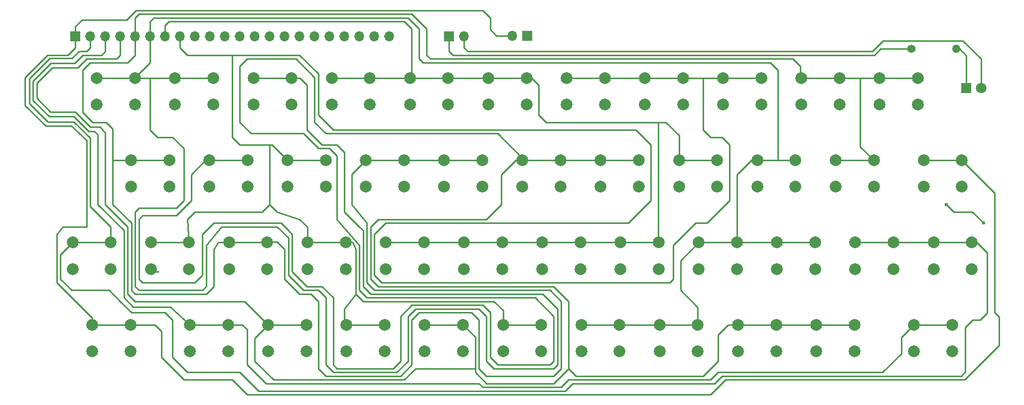
<source format=gbr>
G04 #@! TF.FileFunction,Copper,L1,Top,Signal*
%FSLAX46Y46*%
G04 Gerber Fmt 4.6, Leading zero omitted, Abs format (unit mm)*
G04 Created by KiCad (PCBNEW 4.0.1-stable) date 03.08.2019 21:45:47*
%MOMM*%
G01*
G04 APERTURE LIST*
%ADD10C,0.100000*%
%ADD11C,2.000000*%
%ADD12R,1.700000X1.700000*%
%ADD13O,1.700000X1.700000*%
%ADD14R,1.800000X1.800000*%
%ADD15C,1.800000*%
%ADD16C,1.400000*%
%ADD17O,1.400000X1.400000*%
%ADD18C,0.600000*%
%ADD19C,0.250000*%
G04 APERTURE END LIST*
D10*
D11*
X192304000Y-122328000D03*
X192304000Y-117828000D03*
X198804000Y-122328000D03*
X198804000Y-117828000D03*
X179004000Y-122328000D03*
X179004000Y-117828000D03*
X185504000Y-122328000D03*
X185504000Y-117828000D03*
X212254000Y-108328000D03*
X212254000Y-103828000D03*
X218754000Y-108328000D03*
X218754000Y-103828000D03*
X176484000Y-80328000D03*
X176484000Y-75828000D03*
X182984000Y-80328000D03*
X182984000Y-75828000D03*
X136584000Y-80328000D03*
X136584000Y-75828000D03*
X143084000Y-80328000D03*
X143084000Y-75828000D03*
X96684000Y-80328000D03*
X96684000Y-75828000D03*
X103184000Y-80328000D03*
X103184000Y-75828000D03*
X229684000Y-80328000D03*
X229684000Y-75828000D03*
X236184000Y-80328000D03*
X236184000Y-75828000D03*
X205604000Y-122328000D03*
X205604000Y-117828000D03*
X212104000Y-122328000D03*
X212104000Y-117828000D03*
X189784000Y-80328000D03*
X189784000Y-75828000D03*
X196284000Y-80328000D03*
X196284000Y-75828000D03*
X149884000Y-80328000D03*
X149884000Y-75828000D03*
X156384000Y-80328000D03*
X156384000Y-75828000D03*
X109984000Y-80328000D03*
X109984000Y-75828000D03*
X116484000Y-80328000D03*
X116484000Y-75828000D03*
X216384000Y-80328000D03*
X216384000Y-75828000D03*
X222884000Y-80328000D03*
X222884000Y-75828000D03*
X218904000Y-122328000D03*
X218904000Y-117828000D03*
X225404000Y-122328000D03*
X225404000Y-117828000D03*
X203084000Y-80328000D03*
X203084000Y-75828000D03*
X209584000Y-80328000D03*
X209584000Y-75828000D03*
X163184000Y-80328000D03*
X163184000Y-75828000D03*
X169684000Y-80328000D03*
X169684000Y-75828000D03*
X123284000Y-80328000D03*
X123284000Y-75828000D03*
X129784000Y-80328000D03*
X129784000Y-75828000D03*
X105854000Y-108328000D03*
X105854000Y-103828000D03*
X112354000Y-108328000D03*
X112354000Y-103828000D03*
X145754000Y-108328000D03*
X145754000Y-103828000D03*
X152254000Y-108328000D03*
X152254000Y-103828000D03*
X198954000Y-108328000D03*
X198954000Y-103828000D03*
X205454000Y-108328000D03*
X205454000Y-103828000D03*
X222194000Y-94328000D03*
X222194000Y-89828000D03*
X228694000Y-94328000D03*
X228694000Y-89828000D03*
X182294000Y-94328000D03*
X182294000Y-89828000D03*
X188794000Y-94328000D03*
X188794000Y-89828000D03*
X112504000Y-122328000D03*
X112504000Y-117828000D03*
X119004000Y-122328000D03*
X119004000Y-117828000D03*
X165704000Y-122328000D03*
X165704000Y-117828000D03*
X172204000Y-122328000D03*
X172204000Y-117828000D03*
X159054000Y-108328000D03*
X159054000Y-103828000D03*
X165554000Y-108328000D03*
X165554000Y-103828000D03*
X102494000Y-94328000D03*
X102494000Y-89828000D03*
X108994000Y-94328000D03*
X108994000Y-89828000D03*
X152404000Y-122328000D03*
X152404000Y-117828000D03*
X158904000Y-122328000D03*
X158904000Y-117828000D03*
X235529000Y-122328000D03*
X235529000Y-117828000D03*
X242029000Y-122328000D03*
X242029000Y-117828000D03*
X225554000Y-108328000D03*
X225554000Y-103828000D03*
X232054000Y-108328000D03*
X232054000Y-103828000D03*
X139104000Y-122328000D03*
X139104000Y-117828000D03*
X145604000Y-122328000D03*
X145604000Y-117828000D03*
X172354000Y-108328000D03*
X172354000Y-103828000D03*
X178854000Y-108328000D03*
X178854000Y-103828000D03*
X142394000Y-94328000D03*
X142394000Y-89828000D03*
X148894000Y-94328000D03*
X148894000Y-89828000D03*
X115794000Y-94328000D03*
X115794000Y-89828000D03*
X122294000Y-94328000D03*
X122294000Y-89828000D03*
X238854000Y-108328000D03*
X238854000Y-103828000D03*
X245354000Y-108328000D03*
X245354000Y-103828000D03*
X132454000Y-108328000D03*
X132454000Y-103828000D03*
X138954000Y-108328000D03*
X138954000Y-103828000D03*
X195594000Y-94328000D03*
X195594000Y-89828000D03*
X202094000Y-94328000D03*
X202094000Y-89828000D03*
X119154000Y-108328000D03*
X119154000Y-103828000D03*
X125654000Y-108328000D03*
X125654000Y-103828000D03*
X125804000Y-122328000D03*
X125804000Y-117828000D03*
X132304000Y-122328000D03*
X132304000Y-117828000D03*
X92554000Y-108328000D03*
X92554000Y-103828000D03*
X99054000Y-108328000D03*
X99054000Y-103828000D03*
X95879000Y-122328000D03*
X95879000Y-117828000D03*
X102379000Y-122328000D03*
X102379000Y-117828000D03*
X129094000Y-94328000D03*
X129094000Y-89828000D03*
X135594000Y-94328000D03*
X135594000Y-89828000D03*
X185654000Y-108328000D03*
X185654000Y-103828000D03*
X192154000Y-108328000D03*
X192154000Y-103828000D03*
X208894000Y-94328000D03*
X208894000Y-89828000D03*
X215394000Y-94328000D03*
X215394000Y-89828000D03*
X155694000Y-94328000D03*
X155694000Y-89828000D03*
X162194000Y-94328000D03*
X162194000Y-89828000D03*
X168994000Y-94328000D03*
X168994000Y-89828000D03*
X175494000Y-94328000D03*
X175494000Y-89828000D03*
X237174000Y-94328000D03*
X237174000Y-89828000D03*
X243674000Y-94328000D03*
X243674000Y-89828000D03*
D12*
X93024000Y-68753000D03*
D13*
X95564000Y-68753000D03*
X98104000Y-68753000D03*
X100644000Y-68753000D03*
X103184000Y-68753000D03*
X105724000Y-68753000D03*
X108264000Y-68753000D03*
X110804000Y-68753000D03*
X113344000Y-68753000D03*
X115884000Y-68753000D03*
X118424000Y-68753000D03*
X120964000Y-68753000D03*
X123504000Y-68753000D03*
X126044000Y-68753000D03*
X128584000Y-68753000D03*
X131124000Y-68753000D03*
X133664000Y-68753000D03*
X136204000Y-68753000D03*
X138744000Y-68753000D03*
X141284000Y-68753000D03*
X143824000Y-68753000D03*
X146364000Y-68753000D03*
D14*
X244408000Y-77516000D03*
D15*
X246948000Y-77516000D03*
D12*
X156524000Y-68753000D03*
D13*
X159064000Y-68753000D03*
D12*
X169799000Y-68643500D03*
D13*
X167259000Y-68643500D03*
D16*
X235077000Y-70866000D03*
D17*
X242697000Y-70866000D03*
D18*
X247329000Y-100503000D03*
X240979000Y-97328000D03*
D19*
X199704000Y-75828000D02*
X199704000Y-83358000D01*
X199704000Y-83358000D02*
X199704000Y-84628000D01*
X131124000Y-71928000D02*
X119694000Y-71928000D01*
X134299000Y-75103000D02*
X131124000Y-71928000D01*
X134299000Y-82088000D02*
X134299000Y-75103000D01*
X136839000Y-84628000D02*
X134299000Y-82088000D01*
X188274000Y-84628000D02*
X136839000Y-84628000D01*
X190814000Y-87168000D02*
X188274000Y-84628000D01*
X190814000Y-96693000D02*
X190814000Y-87168000D01*
X187004000Y-100503000D02*
X190814000Y-96693000D01*
X145729000Y-100503000D02*
X187004000Y-100503000D01*
X143824000Y-102408000D02*
X145729000Y-100503000D01*
X143824000Y-109393000D02*
X143824000Y-102408000D01*
X145094000Y-110663000D02*
X143824000Y-109393000D01*
X193989000Y-110663000D02*
X145094000Y-110663000D01*
X194624000Y-110028000D02*
X193989000Y-110663000D01*
X194624000Y-104313000D02*
X194624000Y-110028000D01*
X198434000Y-100503000D02*
X194624000Y-104313000D01*
X200339000Y-100503000D02*
X198434000Y-100503000D01*
X204149000Y-96693000D02*
X200339000Y-100503000D01*
X204149000Y-96058000D02*
X204149000Y-96693000D01*
X204149000Y-87168000D02*
X204149000Y-96058000D01*
X202879000Y-85898000D02*
X204149000Y-87168000D01*
X200974000Y-85898000D02*
X202879000Y-85898000D01*
X199704000Y-84628000D02*
X200974000Y-85898000D01*
X203084000Y-75828000D02*
X209584000Y-75828000D01*
X196284000Y-75828000D02*
X199704000Y-75828000D01*
X199704000Y-75828000D02*
X203084000Y-75828000D01*
X189784000Y-75828000D02*
X196284000Y-75828000D01*
X182984000Y-75828000D02*
X189784000Y-75828000D01*
X176484000Y-75828000D02*
X182984000Y-75828000D01*
X165704000Y-117828000D02*
X172204000Y-117828000D01*
X139104000Y-117828000D02*
X145604000Y-117828000D01*
X140649000Y-112568000D02*
X138744000Y-115108000D01*
X138744000Y-115108000D02*
X138744000Y-117468000D01*
X138744000Y-117468000D02*
X139104000Y-117828000D01*
X138954000Y-103828000D02*
X140164000Y-103828000D01*
X165704000Y-115398000D02*
X165704000Y-117828000D01*
X164144000Y-113838000D02*
X165704000Y-115398000D01*
X141919000Y-113838000D02*
X164144000Y-113838000D01*
X140649000Y-112568000D02*
X141919000Y-113838000D01*
X140649000Y-104948000D02*
X140649000Y-112568000D01*
X140164000Y-103828000D02*
X140649000Y-104948000D01*
X132454000Y-103828000D02*
X138954000Y-103828000D01*
X112354000Y-103828000D02*
X105854000Y-103828000D01*
X126044000Y-97328000D02*
X124774000Y-98598000D01*
X112074000Y-99868000D02*
X112354000Y-103828000D01*
X113344000Y-98598000D02*
X112074000Y-99868000D01*
X124774000Y-98598000D02*
X113344000Y-98598000D01*
X126044000Y-87168000D02*
X126044000Y-97328000D01*
X132454000Y-101198000D02*
X132454000Y-103828000D01*
X131124000Y-99868000D02*
X132454000Y-101198000D01*
X127314000Y-98598000D02*
X131124000Y-99868000D01*
X126044000Y-97328000D02*
X127314000Y-98598000D01*
X129094000Y-89828000D02*
X135594000Y-89828000D01*
X110804000Y-68753000D02*
X110804000Y-70658000D01*
X126434000Y-87168000D02*
X129094000Y-89828000D01*
X120964000Y-87168000D02*
X126044000Y-87168000D01*
X126044000Y-87168000D02*
X126434000Y-87168000D01*
X119694000Y-85898000D02*
X120964000Y-87168000D01*
X119694000Y-71928000D02*
X119694000Y-71928000D01*
X119694000Y-71928000D02*
X119694000Y-85898000D01*
X117789000Y-71928000D02*
X119694000Y-71928000D01*
X112074000Y-71928000D02*
X117789000Y-71928000D01*
X110804000Y-70658000D02*
X112074000Y-71928000D01*
X93398000Y-74094000D02*
X89101000Y-74094000D01*
X88816000Y-81577000D02*
X93024000Y-81577000D01*
X86487000Y-79248000D02*
X88816000Y-81577000D01*
X86487000Y-76708000D02*
X86487000Y-79248000D01*
X89101000Y-74094000D02*
X86487000Y-76708000D01*
X93024000Y-81580000D02*
X93024000Y-81577000D01*
X93024000Y-81580000D02*
X95564337Y-84120339D01*
X95564337Y-84120339D02*
X97214987Y-84124729D01*
X97214987Y-84124729D02*
X98104000Y-85136000D01*
X98104000Y-85136000D02*
X98104000Y-97328000D01*
X98104000Y-97328000D02*
X101914000Y-101138000D01*
X101914000Y-101138000D02*
X101914000Y-112568000D01*
X101914000Y-112568000D02*
X103184000Y-113838000D01*
X103184000Y-113838000D02*
X121814000Y-113838000D01*
X121814000Y-113838000D02*
X125804000Y-117828000D01*
X100644000Y-68753000D02*
X100644000Y-71928000D01*
X100644000Y-71928000D02*
X100009000Y-72563000D01*
X100009000Y-72563000D02*
X94929000Y-72563000D01*
X94929000Y-72563000D02*
X93398000Y-74094000D01*
X212104000Y-117828000D02*
X205604000Y-117828000D01*
X218904000Y-117828000D02*
X225404000Y-117828000D01*
X212104000Y-117828000D02*
X218904000Y-117828000D01*
X205604000Y-117828000D02*
X203969000Y-117828000D01*
X203969000Y-117828000D02*
X202244000Y-119553000D01*
X202244000Y-119553000D02*
X202244000Y-123998000D01*
X202244000Y-123998000D02*
X199704000Y-126538000D01*
X199704000Y-126538000D02*
X178114000Y-126538000D01*
X178114000Y-126538000D02*
X176844000Y-125268000D01*
X125804000Y-117828000D02*
X132304000Y-117828000D01*
X160969000Y-125268000D02*
X150809000Y-125268000D01*
X123504000Y-120128000D02*
X125804000Y-117828000D01*
X123504000Y-123998000D02*
X123504000Y-120128000D01*
X126679000Y-127173000D02*
X123504000Y-123998000D01*
X148904000Y-127173000D02*
X126679000Y-127173000D01*
X150809000Y-125268000D02*
X148904000Y-127173000D01*
X158904000Y-117828000D02*
X152404000Y-117828000D01*
X173669000Y-111298000D02*
X174304000Y-111298000D01*
X167834000Y-89828000D02*
X165414000Y-92248000D01*
X165414000Y-92248000D02*
X165414000Y-97328000D01*
X165414000Y-97328000D02*
X162874000Y-99868000D01*
X162874000Y-99868000D02*
X144459000Y-99868000D01*
X144459000Y-99868000D02*
X143189000Y-101138000D01*
X143189000Y-101138000D02*
X143189000Y-108758000D01*
X143189000Y-108758000D02*
X143189000Y-110028000D01*
X143189000Y-110028000D02*
X143824000Y-110663000D01*
X143824000Y-110663000D02*
X144459000Y-111298000D01*
X144459000Y-111298000D02*
X173669000Y-111298000D01*
X168994000Y-89828000D02*
X167834000Y-89828000D01*
X160969000Y-119893000D02*
X158904000Y-117828000D01*
X160969000Y-125903000D02*
X160969000Y-125268000D01*
X160969000Y-125268000D02*
X160969000Y-119893000D01*
X162874000Y-127808000D02*
X160969000Y-125903000D01*
X174304000Y-127808000D02*
X162874000Y-127808000D01*
X176844000Y-125268000D02*
X174304000Y-127808000D01*
X176844000Y-113838000D02*
X176844000Y-125268000D01*
X174304000Y-111298000D02*
X176844000Y-113838000D01*
X182294000Y-89828000D02*
X188794000Y-89828000D01*
X175494000Y-89828000D02*
X182294000Y-89828000D01*
X168994000Y-89828000D02*
X175494000Y-89828000D01*
X137474000Y-99868000D02*
X137474000Y-89073000D01*
X163509000Y-115743000D02*
X163509000Y-123363000D01*
X163509000Y-123363000D02*
X164779000Y-124633000D01*
X164779000Y-124633000D02*
X173669000Y-124633000D01*
X173669000Y-124633000D02*
X174304000Y-123998000D01*
X174304000Y-123998000D02*
X174304000Y-116378000D01*
X174304000Y-116378000D02*
X171129000Y-113203000D01*
X171129000Y-113203000D02*
X142554000Y-113203000D01*
X142554000Y-113203000D02*
X141284000Y-111933000D01*
X141284000Y-111933000D02*
X141284000Y-104313000D01*
X141284000Y-104313000D02*
X137474000Y-99868000D01*
X129219000Y-101773000D02*
X129854000Y-102408000D01*
X114614000Y-109393000D02*
X114614000Y-102408000D01*
X114614000Y-102408000D02*
X116519000Y-100503000D01*
X116519000Y-100503000D02*
X127949000Y-100503000D01*
X127949000Y-100503000D02*
X129219000Y-101773000D01*
X115129000Y-89828000D02*
X112709000Y-92248000D01*
X112709000Y-92248000D02*
X112709000Y-96693000D01*
X112709000Y-96693000D02*
X110169000Y-99233000D01*
X110169000Y-99233000D02*
X104454000Y-99233000D01*
X104454000Y-99233000D02*
X103819000Y-99868000D01*
X103819000Y-99868000D02*
X103819000Y-110028000D01*
X103819000Y-110028000D02*
X104454000Y-110663000D01*
X104454000Y-110663000D02*
X113344000Y-110663000D01*
X113344000Y-110663000D02*
X114614000Y-109393000D01*
X150174000Y-114473000D02*
X162239000Y-114473000D01*
X148269000Y-116378000D02*
X150174000Y-114473000D01*
X148269000Y-123998000D02*
X148269000Y-116378000D01*
X146999000Y-125268000D02*
X148269000Y-123998000D01*
X137474000Y-125268000D02*
X146999000Y-125268000D01*
X136839000Y-124633000D02*
X137474000Y-125268000D01*
X136839000Y-113203000D02*
X136839000Y-124633000D01*
X134934000Y-111298000D02*
X136839000Y-113203000D01*
X134299000Y-111298000D02*
X134934000Y-111298000D01*
X132394000Y-111298000D02*
X134299000Y-111298000D01*
X129854000Y-108758000D02*
X132394000Y-111298000D01*
X129854000Y-102408000D02*
X129854000Y-108758000D01*
X162239000Y-114473000D02*
X163509000Y-115743000D01*
X164779000Y-85263000D02*
X168994000Y-89478000D01*
X135569000Y-85263000D02*
X164779000Y-85263000D01*
X133664000Y-83358000D02*
X135569000Y-85263000D01*
X133664000Y-75738000D02*
X133664000Y-83358000D01*
X130489000Y-72563000D02*
X133664000Y-75738000D01*
X122234000Y-72563000D02*
X130489000Y-72563000D01*
X120964000Y-73833000D02*
X122234000Y-72563000D01*
X120964000Y-83358000D02*
X120964000Y-73833000D01*
X122869000Y-85263000D02*
X120964000Y-83358000D01*
X131759000Y-85263000D02*
X122869000Y-85263000D01*
X134299000Y-87803000D02*
X131759000Y-85263000D01*
X136204000Y-87803000D02*
X134299000Y-87803000D01*
X137474000Y-89073000D02*
X136204000Y-87803000D01*
X168994000Y-89478000D02*
X168994000Y-89828000D01*
X115794000Y-89828000D02*
X122294000Y-89828000D01*
X115794000Y-89828000D02*
X115129000Y-89828000D01*
X152254000Y-103828000D02*
X145754000Y-103828000D01*
X159054000Y-103828000D02*
X152254000Y-103828000D01*
X165554000Y-103828000D02*
X159054000Y-103828000D01*
X172354000Y-103828000D02*
X165554000Y-103828000D01*
X178854000Y-103828000D02*
X172354000Y-103828000D01*
X185654000Y-103828000D02*
X178854000Y-103828000D01*
X192154000Y-103828000D02*
X185654000Y-103828000D01*
X192084000Y-83358000D02*
X192084000Y-103758000D01*
X192084000Y-103758000D02*
X192154000Y-103828000D01*
X195594000Y-89828000D02*
X202094000Y-89828000D01*
X169684000Y-75828000D02*
X170584000Y-75828000D01*
X170584000Y-75828000D02*
X171764000Y-77008000D01*
X195594000Y-85598000D02*
X195594000Y-89828000D01*
X193354000Y-83358000D02*
X195594000Y-85598000D01*
X173034000Y-83358000D02*
X192084000Y-83358000D01*
X192084000Y-83358000D02*
X193354000Y-83358000D01*
X171764000Y-82088000D02*
X173034000Y-83358000D01*
X171764000Y-77008000D02*
X171764000Y-82088000D01*
X163184000Y-75828000D02*
X169684000Y-75828000D01*
X156384000Y-75828000D02*
X163184000Y-75828000D01*
X143084000Y-75828000D02*
X149884000Y-75828000D01*
X149884000Y-75828000D02*
X156384000Y-75828000D01*
X136584000Y-75828000D02*
X143084000Y-75828000D01*
X108264000Y-68753000D02*
X108264000Y-66848000D01*
X150174000Y-67483000D02*
X150174000Y-75538000D01*
X148904000Y-66213000D02*
X150174000Y-67483000D01*
X143189000Y-66213000D02*
X148904000Y-66213000D01*
X108899000Y-66213000D02*
X143189000Y-66213000D01*
X108264000Y-66848000D02*
X108899000Y-66213000D01*
X150174000Y-75538000D02*
X149884000Y-75828000D01*
X129784000Y-75828000D02*
X123284000Y-75828000D01*
X105724000Y-68753000D02*
X105724000Y-66213000D01*
X212404000Y-74468000D02*
X212404000Y-89828000D01*
X211134000Y-73198000D02*
X212404000Y-74468000D01*
X152079000Y-73198000D02*
X211134000Y-73198000D01*
X151444000Y-72563000D02*
X152079000Y-73198000D01*
X151444000Y-67483000D02*
X151444000Y-72563000D01*
X149539000Y-65578000D02*
X151444000Y-67483000D01*
X146364000Y-65578000D02*
X149539000Y-65578000D01*
X106359000Y-65578000D02*
X146364000Y-65578000D01*
X105724000Y-66213000D02*
X106359000Y-65578000D01*
X208894000Y-89828000D02*
X212404000Y-89828000D01*
X212404000Y-89828000D02*
X215394000Y-89828000D01*
X205454000Y-103828000D02*
X205454000Y-92283000D01*
X205454000Y-92283000D02*
X207909000Y-89828000D01*
X207909000Y-89828000D02*
X208894000Y-89828000D01*
X212254000Y-103828000D02*
X218754000Y-103828000D01*
X205454000Y-103828000D02*
X212254000Y-103828000D01*
X198954000Y-103828000D02*
X205454000Y-103828000D01*
X198804000Y-117828000D02*
X198804000Y-114843000D01*
X195894000Y-106888000D02*
X198954000Y-103828000D01*
X195894000Y-111933000D02*
X195894000Y-106888000D01*
X198804000Y-114843000D02*
X195894000Y-111933000D01*
X192304000Y-117828000D02*
X198804000Y-117828000D01*
X185504000Y-117828000D02*
X192304000Y-117828000D01*
X185504000Y-117828000D02*
X179004000Y-117828000D01*
X174304000Y-125268000D02*
X164144000Y-125268000D01*
X141919000Y-101773000D02*
X141919000Y-111298000D01*
X141919000Y-111298000D02*
X143189000Y-112568000D01*
X143189000Y-112568000D02*
X172399000Y-112568000D01*
X172399000Y-112568000D02*
X174939000Y-115108000D01*
X174939000Y-115108000D02*
X174939000Y-124633000D01*
X174939000Y-124633000D02*
X174304000Y-125268000D01*
X129784000Y-75828000D02*
X131214000Y-75828000D01*
X138744000Y-98598000D02*
X141284000Y-101138000D01*
X138744000Y-88438000D02*
X138744000Y-98598000D01*
X137474000Y-87168000D02*
X138744000Y-88438000D01*
X134934000Y-87168000D02*
X137474000Y-87168000D01*
X132394000Y-84628000D02*
X134934000Y-87168000D01*
X132394000Y-77008000D02*
X132394000Y-84628000D01*
X131214000Y-75828000D02*
X132394000Y-77008000D01*
X141284000Y-101138000D02*
X141919000Y-101773000D01*
X115249000Y-104313000D02*
X115249000Y-108758000D01*
X117789000Y-101138000D02*
X115249000Y-104313000D01*
X127314000Y-101138000D02*
X117789000Y-101138000D01*
X129219000Y-103043000D02*
X127314000Y-101138000D01*
X129219000Y-104313000D02*
X129219000Y-103043000D01*
X129219000Y-109393000D02*
X129219000Y-104313000D01*
X131759000Y-111933000D02*
X129219000Y-109393000D01*
X134299000Y-111933000D02*
X131759000Y-111933000D01*
X135569000Y-113203000D02*
X134299000Y-111933000D01*
X135569000Y-124633000D02*
X135569000Y-113203000D01*
X136839000Y-125903000D02*
X135569000Y-124633000D01*
X147634000Y-125903000D02*
X136839000Y-125903000D01*
X149539000Y-123998000D02*
X147634000Y-125903000D01*
X149539000Y-116378000D02*
X149539000Y-123998000D01*
X150809000Y-115108000D02*
X149539000Y-116378000D01*
X161604000Y-115108000D02*
X150809000Y-115108000D01*
X162874000Y-116378000D02*
X161604000Y-115108000D01*
X162874000Y-123998000D02*
X162874000Y-116378000D01*
X164144000Y-125268000D02*
X162874000Y-123998000D01*
X115249000Y-108758000D02*
X115249000Y-111298000D01*
X115249000Y-111298000D02*
X114614000Y-111933000D01*
X114614000Y-111933000D02*
X103819000Y-111933000D01*
X103819000Y-111933000D02*
X103184000Y-111298000D01*
X103184000Y-111298000D02*
X103184000Y-98598000D01*
X103184000Y-98598000D02*
X103819000Y-97963000D01*
X103819000Y-97963000D02*
X110169000Y-97963000D01*
X110169000Y-97963000D02*
X111439000Y-96693000D01*
X111439000Y-96693000D02*
X111439000Y-87803000D01*
X111439000Y-87803000D02*
X109534000Y-85898000D01*
X109534000Y-85898000D02*
X106994000Y-85898000D01*
X106994000Y-85898000D02*
X105724000Y-84628000D01*
X105724000Y-84628000D02*
X105724000Y-75828000D01*
X109984000Y-75828000D02*
X116484000Y-75828000D01*
X103184000Y-75828000D02*
X105724000Y-75828000D01*
X105724000Y-75828000D02*
X109984000Y-75828000D01*
X103184000Y-75828000D02*
X96684000Y-75828000D01*
X105724000Y-68753000D02*
X105724000Y-73198000D01*
X105724000Y-73198000D02*
X103184000Y-75738000D01*
X103184000Y-75738000D02*
X103184000Y-75828000D01*
X97977000Y-83358000D02*
X98231000Y-83358000D01*
X98231000Y-83358000D02*
X99374000Y-84501000D01*
X94294000Y-81326000D02*
X94294000Y-81707000D01*
X94294000Y-81707000D02*
X95945000Y-83358000D01*
X119154000Y-103828000D02*
X117304000Y-103828000D01*
X116519000Y-104948000D02*
X116519000Y-106218000D01*
X117304000Y-103828000D02*
X116519000Y-104948000D01*
X99374000Y-89828000D02*
X99374000Y-97328000D01*
X99374000Y-97328000D02*
X102549000Y-100503000D01*
X102549000Y-100503000D02*
X102549000Y-108758000D01*
X102549000Y-108758000D02*
X102549000Y-111933000D01*
X102549000Y-111933000D02*
X103184000Y-112568000D01*
X103184000Y-112568000D02*
X115249000Y-112568000D01*
X115249000Y-112568000D02*
X116519000Y-111298000D01*
X116519000Y-111298000D02*
X116519000Y-106218000D01*
X150174000Y-122093000D02*
X150174000Y-124633000D01*
X140014000Y-92208000D02*
X142394000Y-89828000D01*
X150174000Y-122093000D02*
X150174000Y-117013000D01*
X150174000Y-117013000D02*
X151444000Y-115743000D01*
X151444000Y-115743000D02*
X160334000Y-115743000D01*
X160334000Y-115743000D02*
X161604000Y-117013000D01*
X161604000Y-117013000D02*
X161604000Y-125268000D01*
X161604000Y-125268000D02*
X162874000Y-126538000D01*
X162874000Y-126538000D02*
X174304000Y-126538000D01*
X174304000Y-126538000D02*
X175574000Y-125268000D01*
X175574000Y-125268000D02*
X175574000Y-113838000D01*
X175574000Y-113838000D02*
X173669000Y-111933000D01*
X173669000Y-111933000D02*
X143824000Y-111933000D01*
X143824000Y-111933000D02*
X142554000Y-110663000D01*
X142554000Y-110663000D02*
X142554000Y-100503000D01*
X142554000Y-100503000D02*
X140014000Y-97328000D01*
X140014000Y-97328000D02*
X140014000Y-92208000D01*
X134299000Y-113838000D02*
X134299000Y-113838000D01*
X133029000Y-112568000D02*
X134299000Y-113838000D01*
X125654000Y-103828000D02*
X127314000Y-103678000D01*
X135569000Y-126538000D02*
X148269000Y-126538000D01*
X134299000Y-125268000D02*
X135569000Y-126538000D01*
X134299000Y-113838000D02*
X134299000Y-125268000D01*
X131124000Y-112568000D02*
X132394000Y-112568000D01*
X128584000Y-110028000D02*
X131124000Y-112568000D01*
X128584000Y-106853000D02*
X128584000Y-110028000D01*
X127314000Y-103678000D02*
X128584000Y-104948000D01*
X128584000Y-104948000D02*
X128584000Y-106853000D01*
X132394000Y-112568000D02*
X133029000Y-112568000D01*
X150174000Y-124633000D02*
X148269000Y-126538000D01*
X164144000Y-72563000D02*
X214944000Y-72563000D01*
X152714000Y-67483000D02*
X152714000Y-71928000D01*
X153349000Y-72563000D02*
X164144000Y-72563000D01*
X152714000Y-71928000D02*
X153349000Y-72563000D01*
X103184000Y-68753000D02*
X103184000Y-65578000D01*
X150809000Y-65578000D02*
X152714000Y-67483000D01*
X150174000Y-64943000D02*
X150809000Y-65578000D01*
X103819000Y-64943000D02*
X150174000Y-64943000D01*
X103184000Y-65578000D02*
X103819000Y-64943000D01*
X216214000Y-73833000D02*
X216214000Y-75658000D01*
X214944000Y-72563000D02*
X216214000Y-73833000D01*
X216214000Y-75658000D02*
X216384000Y-75828000D01*
X226374000Y-75828000D02*
X226374000Y-87508000D01*
X226374000Y-87508000D02*
X228694000Y-89828000D01*
X222884000Y-75828000D02*
X216384000Y-75828000D01*
X236184000Y-75828000D02*
X229684000Y-75828000D01*
X222884000Y-75828000D02*
X226374000Y-75828000D01*
X226374000Y-75828000D02*
X229684000Y-75828000D01*
X222194000Y-89828000D02*
X228694000Y-89828000D01*
X119154000Y-103828000D02*
X125654000Y-103828000D01*
X155694000Y-89828000D02*
X162194000Y-89828000D01*
X148894000Y-89828000D02*
X155694000Y-89828000D01*
X142394000Y-89828000D02*
X148894000Y-89828000D01*
X102494000Y-89828000D02*
X99374000Y-89828000D01*
X99374000Y-89828000D02*
X99374000Y-84501000D01*
X97977000Y-83358000D02*
X95945000Y-83358000D01*
X103184000Y-71928000D02*
X103184000Y-68753000D01*
X101914000Y-73198000D02*
X103184000Y-71928000D01*
X95564000Y-73198000D02*
X101914000Y-73198000D01*
X94294000Y-74468000D02*
X95564000Y-73198000D01*
X94294000Y-81326000D02*
X94294000Y-74468000D01*
X102494000Y-89828000D02*
X108994000Y-89828000D01*
X106359000Y-108828000D02*
X107194000Y-108828000D01*
X92735896Y-82396185D02*
X88619185Y-82396185D01*
X88900000Y-73279000D02*
X92943000Y-73279000D01*
X85852000Y-76327000D02*
X88900000Y-73279000D01*
X85852000Y-79629000D02*
X85852000Y-76327000D01*
X88619185Y-82396185D02*
X85852000Y-79629000D01*
X92735896Y-82396185D02*
X95310000Y-84882000D01*
X95310000Y-84882000D02*
X96199000Y-84882000D01*
X96199000Y-84882000D02*
X96834000Y-85390000D01*
X96834000Y-85390000D02*
X96834000Y-97328000D01*
X96834000Y-97328000D02*
X101279000Y-101773000D01*
X101279000Y-101773000D02*
X101279000Y-113203000D01*
X101279000Y-113203000D02*
X102866500Y-114790500D01*
X102866500Y-114790500D02*
X109215682Y-114767720D01*
X109215682Y-114767720D02*
X112504000Y-117828000D01*
X235529000Y-117828000D02*
X242029000Y-117828000D01*
X227009000Y-125903000D02*
X230184000Y-125903000D01*
X121419000Y-117828000D02*
X122234000Y-118643000D01*
X122234000Y-118643000D02*
X122234000Y-124633000D01*
X122234000Y-124633000D02*
X125409000Y-127808000D01*
X125409000Y-127808000D02*
X161604000Y-127808000D01*
X161604000Y-127808000D02*
X162239000Y-128443000D01*
X162239000Y-128443000D02*
X175574000Y-128443000D01*
X175574000Y-128443000D02*
X176844000Y-127173000D01*
X176844000Y-127173000D02*
X200974000Y-127173000D01*
X200974000Y-127173000D02*
X202244000Y-125903000D01*
X202244000Y-125903000D02*
X227009000Y-125903000D01*
X119004000Y-117828000D02*
X121419000Y-117828000D01*
X233359000Y-119998000D02*
X235529000Y-117828000D01*
X233359000Y-122728000D02*
X233359000Y-119998000D01*
X230184000Y-125903000D02*
X233359000Y-122728000D01*
X112504000Y-117828000D02*
X119004000Y-117828000D01*
X98104000Y-68753000D02*
X98104000Y-71293000D01*
X94294000Y-71928000D02*
X92943000Y-73279000D01*
X97469000Y-71928000D02*
X94294000Y-71928000D01*
X98104000Y-71293000D02*
X97469000Y-71928000D01*
X92445500Y-72506500D02*
X88686498Y-72506500D01*
X88392000Y-83312000D02*
X92757448Y-83312000D01*
X85217000Y-80137000D02*
X88392000Y-83312000D01*
X85217000Y-75975998D02*
X85217000Y-80137000D01*
X88686498Y-72506500D02*
X85217000Y-75975998D01*
X247964000Y-115500000D02*
X247964000Y-115786000D01*
X244250000Y-118250000D02*
X244250000Y-125807000D01*
X245500000Y-117000000D02*
X244250000Y-118250000D01*
X246750000Y-117000000D02*
X245500000Y-117000000D01*
X247964000Y-115786000D02*
X246750000Y-117000000D01*
X95564000Y-97709000D02*
X98993000Y-101138000D01*
X95564000Y-97709000D02*
X95564000Y-86025000D01*
X95564000Y-86025000D02*
X92757448Y-83312000D01*
X98993000Y-101138000D02*
X98993000Y-103767000D01*
X98993000Y-103767000D02*
X99054000Y-103828000D01*
X95564000Y-68753000D02*
X95564000Y-68753000D01*
X92445500Y-72506500D02*
X93659000Y-71293000D01*
X93659000Y-71293000D02*
X94929000Y-71293000D01*
X95564000Y-70658000D02*
X95564000Y-68753000D01*
X94929000Y-71293000D02*
X95564000Y-70658000D01*
X92554000Y-103828000D02*
X99054000Y-103828000D01*
X100644000Y-113838000D02*
X98739000Y-111933000D01*
X90484000Y-105898000D02*
X92554000Y-103828000D01*
X90484000Y-110028000D02*
X90484000Y-105898000D01*
X92389000Y-111933000D02*
X90484000Y-110028000D01*
X98739000Y-111933000D02*
X92389000Y-111933000D01*
X102549000Y-115743000D02*
X100644000Y-113838000D01*
X109534000Y-117648000D02*
X109534000Y-117013000D01*
X247964000Y-105583000D02*
X247964000Y-115500000D01*
X244250000Y-125807000D02*
X243519000Y-126538000D01*
X243519000Y-126538000D02*
X202879000Y-126538000D01*
X202879000Y-126538000D02*
X201609000Y-127808000D01*
X201609000Y-127808000D02*
X177479000Y-127808000D01*
X177479000Y-127808000D02*
X176209000Y-129078000D01*
X176209000Y-129078000D02*
X124139000Y-129078000D01*
X124139000Y-129078000D02*
X120964000Y-125903000D01*
X120964000Y-125903000D02*
X112074000Y-125903000D01*
X112074000Y-125903000D02*
X109534000Y-123363000D01*
X109534000Y-123363000D02*
X109534000Y-117648000D01*
X246209000Y-103828000D02*
X247964000Y-105583000D01*
X102549000Y-115743000D02*
X105089000Y-115743000D01*
X108264000Y-115743000D02*
X102549000Y-115743000D01*
X109534000Y-117013000D02*
X108264000Y-115743000D01*
X245354000Y-103828000D02*
X246209000Y-103828000D01*
X232054000Y-103828000D02*
X225554000Y-103828000D01*
X238854000Y-103828000D02*
X232054000Y-103828000D01*
X245354000Y-103828000D02*
X238854000Y-103828000D01*
X242697000Y-70866000D02*
X243268500Y-70866000D01*
X243268500Y-70866000D02*
X244408000Y-72005500D01*
X244408000Y-72005500D02*
X244408000Y-73085000D01*
X244408000Y-74168000D02*
X244408000Y-73085000D01*
X244408000Y-77516000D02*
X244408000Y-74168000D01*
X219392500Y-71293000D02*
X228455500Y-71293000D01*
X230279500Y-69469000D02*
X230378000Y-69469000D01*
X228455500Y-71293000D02*
X230279500Y-69469000D01*
X218757500Y-71293000D02*
X219392500Y-71293000D01*
X246948000Y-75374500D02*
X246948000Y-77516000D01*
X246948000Y-75374500D02*
X246948000Y-72577000D01*
X243840000Y-69469000D02*
X230378000Y-69469000D01*
X246948000Y-72577000D02*
X243840000Y-69469000D01*
X159064000Y-70658000D02*
X159699000Y-71293000D01*
X159699000Y-71293000D02*
X218757500Y-71293000D01*
X159064000Y-68753000D02*
X159064000Y-70658000D01*
X235077000Y-70866000D02*
X229870000Y-70866000D01*
X229870000Y-70866000D02*
X228808000Y-71928000D01*
X157159000Y-71928000D02*
X156524000Y-71293000D01*
X214944000Y-71928000D02*
X157159000Y-71928000D01*
X216849000Y-71928000D02*
X214944000Y-71928000D01*
X228808000Y-71928000D02*
X216849000Y-71928000D01*
X156524000Y-71293000D02*
X156524000Y-68753000D01*
X245424000Y-98598000D02*
X247329000Y-100503000D01*
X242249000Y-98598000D02*
X245424000Y-98598000D01*
X240979000Y-97328000D02*
X242249000Y-98598000D01*
X161798000Y-64325500D02*
X162242500Y-64325500D01*
X164592000Y-68643500D02*
X167259000Y-68643500D01*
X163512500Y-67564000D02*
X164592000Y-68643500D01*
X163512500Y-65595500D02*
X163512500Y-67564000D01*
X162242500Y-64325500D02*
X163512500Y-65595500D01*
X161290000Y-64325500D02*
X161798000Y-64325500D01*
X111061500Y-64325500D02*
X161290000Y-64325500D01*
X93024000Y-67059500D02*
X94170500Y-65913000D01*
X94170500Y-65913000D02*
X101727000Y-65913000D01*
X101727000Y-65913000D02*
X103314500Y-64325500D01*
X103314500Y-64325500D02*
X111061500Y-64325500D01*
X93024000Y-68753000D02*
X93024000Y-67059500D01*
X91716000Y-71966000D02*
X88284000Y-71966000D01*
X88000000Y-84000000D02*
X92351143Y-84000000D01*
X84500000Y-80500000D02*
X88000000Y-84000000D01*
X84500000Y-75750000D02*
X84500000Y-80500000D01*
X88284000Y-71966000D02*
X84500000Y-75750000D01*
X249234000Y-115750000D02*
X249250000Y-115750000D01*
X250000000Y-121327000D02*
X249234000Y-122093000D01*
X250000000Y-116500000D02*
X250000000Y-121327000D01*
X249250000Y-115750000D02*
X250000000Y-116500000D01*
X95879000Y-117828000D02*
X95879000Y-116693000D01*
X95879000Y-116693000D02*
X89849000Y-110663000D01*
X89849000Y-110663000D02*
X89849000Y-102408000D01*
X89849000Y-102408000D02*
X90865000Y-101138000D01*
X94929000Y-86406000D02*
X92351143Y-84000000D01*
X94929000Y-101138000D02*
X94929000Y-86406000D01*
X90865000Y-101138000D02*
X94929000Y-101138000D01*
X93024000Y-70658000D02*
X93024000Y-68753000D01*
X91716000Y-71966000D02*
X93024000Y-70658000D01*
X102379000Y-117828000D02*
X95879000Y-117828000D01*
X243674000Y-89828000D02*
X243674000Y-89863000D01*
X243674000Y-89863000D02*
X248317555Y-94506555D01*
X106539000Y-117828000D02*
X102379000Y-117828000D01*
X249234000Y-122093000D02*
X244154000Y-127173000D01*
X244154000Y-127173000D02*
X203514000Y-127173000D01*
X203514000Y-127173000D02*
X200974000Y-129713000D01*
X200974000Y-129713000D02*
X122234000Y-129713000D01*
X122234000Y-129713000D02*
X120964000Y-128443000D01*
X120964000Y-128443000D02*
X119694000Y-127173000D01*
X119694000Y-127173000D02*
X111439000Y-127173000D01*
X111439000Y-127173000D02*
X107629000Y-123363000D01*
X107629000Y-123363000D02*
X107629000Y-118918000D01*
X107629000Y-118918000D02*
X106539000Y-117828000D01*
X249234000Y-95423000D02*
X249234000Y-115750000D01*
X248317555Y-94506555D02*
X249234000Y-95423000D01*
X237174000Y-89828000D02*
X243674000Y-89828000D01*
M02*

</source>
